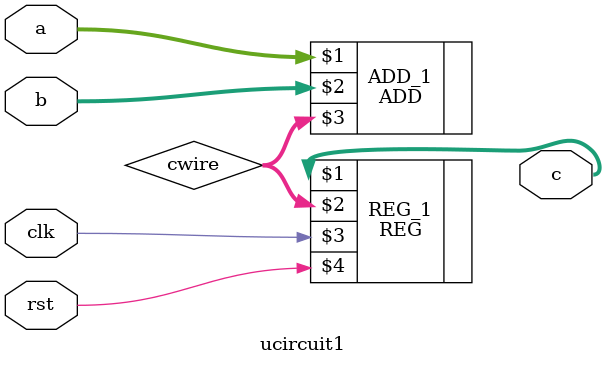
<source format=v>
`timescale 1ns / 1ns

module ucircuit1(a, b, c, clk, rst);

        input clk, rst;
        input  [ 7:0] a, b;

        output [ 7:0] c;

        wire   [ 7:0] cwire;

        ADD    #(.DATAWIDTH( 8)) ADD_1(a, b, cwire);                // cwire = a + b
        REG    #(.DATAWIDTH( 8)) REG_1(c, cwire, clk, rst);         // c = cwire

endmodule
</source>
